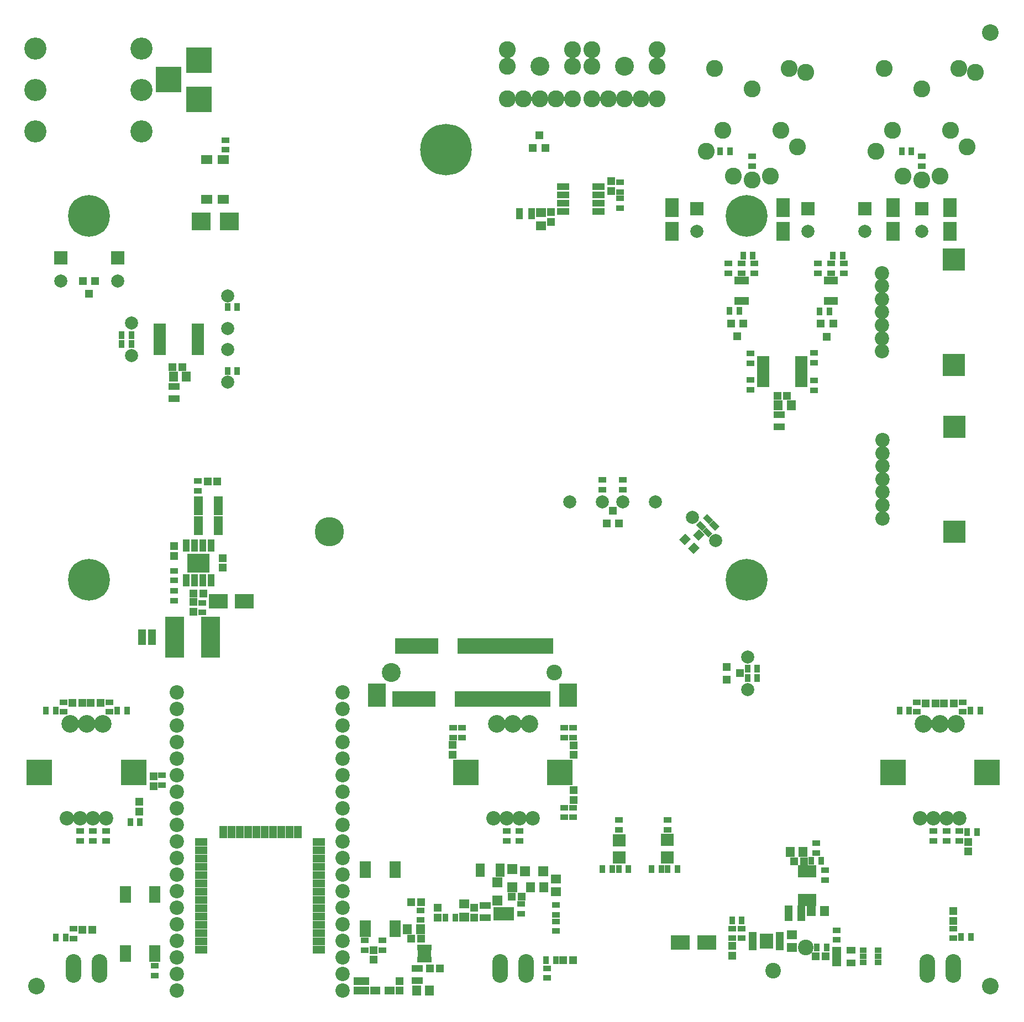
<source format=gbr>
G04 #@! TF.FileFunction,Soldermask,Top*
%FSLAX46Y46*%
G04 Gerber Fmt 4.6, Leading zero omitted, Abs format (unit mm)*
G04 Created by KiCad (PCBNEW 4.0.7) date 04/23/18 16:21:46*
%MOMM*%
%LPD*%
G01*
G04 APERTURE LIST*
%ADD10C,0.100000*%
%ADD11C,2.540000*%
%ADD12R,2.000000X3.000000*%
%ADD13R,2.000000X2.000000*%
%ADD14C,2.000000*%
%ADD15R,1.200000X1.150000*%
%ADD16R,1.400000X1.650000*%
%ADD17R,1.150000X1.200000*%
%ADD18R,1.650000X1.400000*%
%ADD19R,1.400000X2.000000*%
%ADD20R,1.400000X2.900000*%
%ADD21R,1.200000X1.300000*%
%ADD22R,1.300000X1.200000*%
%ADD23R,1.500000X1.500000*%
%ADD24R,2.900000X2.200000*%
%ADD25R,1.800000X1.400000*%
%ADD26R,2.900000X2.700000*%
%ADD27R,1.300000X0.900000*%
%ADD28C,6.400000*%
%ADD29C,7.900000*%
%ADD30C,2.400000*%
%ADD31R,3.900000X3.900000*%
%ADD32C,4.500000*%
%ADD33R,0.900000X1.300000*%
%ADD34R,1.700000X1.100000*%
%ADD35R,1.200000X2.400000*%
%ADD36R,2.850000X6.300000*%
%ADD37R,1.600000X1.300000*%
%ADD38R,1.100000X0.910000*%
%ADD39R,1.100000X1.700000*%
%ADD40C,2.200000*%
%ADD41R,3.400000X3.400000*%
%ADD42C,2.700000*%
%ADD43R,1.800000X2.500000*%
%ADD44O,2.400000X4.400000*%
%ADD45R,1.850000X0.850000*%
%ADD46R,0.650000X1.150000*%
%ADD47R,1.950000X1.000000*%
%ADD48R,1.050000X0.750000*%
%ADD49R,1.400000X1.200000*%
%ADD50R,1.460000X1.050000*%
%ADD51R,1.290000X0.820000*%
%ADD52R,1.240000X1.340000*%
%ADD53R,3.500000X3.000000*%
%ADD54R,1.000000X1.950000*%
%ADD55R,0.700000X0.900000*%
%ADD56R,1.280000X1.460000*%
%ADD57R,1.900000X1.300000*%
%ADD58R,1.300000X1.900000*%
%ADD59C,2.900000*%
%ADD60R,1.000000X2.400000*%
%ADD61R,2.700000X3.600000*%
%ADD62C,2.600000*%
%ADD63R,0.800000X1.900000*%
%ADD64C,3.400000*%
%ADD65R,0.850000X1.850000*%
G04 APERTURE END LIST*
D10*
D11*
X166600000Y-30500000D03*
X166600000Y-176700000D03*
D12*
X134800000Y-57350000D03*
X134800000Y-60950000D03*
X117800000Y-57350000D03*
X117800000Y-60950000D03*
D13*
X121650000Y-57450000D03*
D14*
X121650000Y-60950000D03*
D13*
X138650000Y-57450000D03*
D14*
X138650000Y-60950000D03*
X124511827Y-108363908D03*
X120976293Y-104828374D03*
D15*
X135450000Y-86150000D03*
X133950000Y-86150000D03*
D12*
X160400000Y-57350000D03*
X160400000Y-60950000D03*
X151700000Y-57350000D03*
X151700000Y-60950000D03*
D13*
X147350000Y-57450000D03*
D14*
X147350000Y-60950000D03*
D13*
X156050000Y-57450000D03*
D14*
X156050000Y-60950000D03*
X129377549Y-131212347D03*
X129377549Y-126212347D03*
X115300000Y-102400000D03*
X110300000Y-102400000D03*
X107100000Y-102400000D03*
X102100000Y-102400000D03*
D13*
X24150000Y-65050000D03*
D14*
X24150000Y-68550000D03*
X35000000Y-80034316D03*
X35000000Y-75034316D03*
D13*
X32850000Y-65050000D03*
D14*
X32850000Y-68550000D03*
D15*
X42800000Y-81800000D03*
X41300000Y-81800000D03*
D14*
X49700000Y-84050000D03*
X49700000Y-79050000D03*
X49700000Y-75850000D03*
X49700000Y-70850000D03*
D16*
X134050000Y-87600000D03*
X136050000Y-87600000D03*
D17*
X99250000Y-59500000D03*
X99250000Y-58000000D03*
X108500000Y-53250000D03*
X108500000Y-54750000D03*
D16*
X41400000Y-83250000D03*
X43400000Y-83250000D03*
D18*
X97750000Y-58100000D03*
X97750000Y-60100000D03*
D17*
X81900000Y-164700000D03*
X81900000Y-166200000D03*
D18*
X86000000Y-166100000D03*
X86000000Y-164100000D03*
D17*
X87500000Y-164700000D03*
X87500000Y-166200000D03*
D15*
X93250000Y-162950000D03*
X94750000Y-162950000D03*
D19*
X91450000Y-158950000D03*
X88450000Y-158950000D03*
D16*
X96150000Y-161500000D03*
X98150000Y-161500000D03*
D18*
X100000000Y-162250000D03*
X100000000Y-160250000D03*
D15*
X136500000Y-157550000D03*
X138000000Y-157550000D03*
D16*
X137900000Y-156100000D03*
X135900000Y-156100000D03*
X139150000Y-165200000D03*
X141150000Y-165200000D03*
D15*
X139850000Y-172150000D03*
X141350000Y-172150000D03*
D18*
X136200000Y-170800000D03*
X136200000Y-168800000D03*
D17*
X127000000Y-172000000D03*
X127000000Y-170500000D03*
X48950000Y-112550000D03*
X48950000Y-111050000D03*
D15*
X36650000Y-122550000D03*
X38150000Y-122550000D03*
X36650000Y-123750000D03*
X38150000Y-123750000D03*
X48150000Y-99300000D03*
X46650000Y-99300000D03*
D20*
X45250000Y-103050000D03*
X48250000Y-103050000D03*
X45250000Y-106050000D03*
X48250000Y-106050000D03*
D17*
X44500000Y-119250000D03*
X44500000Y-117750000D03*
D15*
X46000000Y-116450000D03*
X44500000Y-116450000D03*
D17*
X41550000Y-110750000D03*
X41550000Y-109250000D03*
D16*
X78650000Y-177400000D03*
X80650000Y-177400000D03*
D15*
X77850000Y-163850000D03*
X79350000Y-163850000D03*
D16*
X79250000Y-167950000D03*
X77250000Y-167950000D03*
D15*
X77850000Y-169400000D03*
X79350000Y-169400000D03*
X82250000Y-173950000D03*
X80750000Y-173950000D03*
X30250000Y-133250000D03*
X28750000Y-133250000D03*
D17*
X102700000Y-139750000D03*
X102700000Y-141250000D03*
D15*
X161000000Y-133300000D03*
X159500000Y-133300000D03*
X25950000Y-133250000D03*
X27450000Y-133250000D03*
D17*
X84200000Y-139700000D03*
X84200000Y-141200000D03*
D15*
X156700000Y-133300000D03*
X158200000Y-133300000D03*
D17*
X36150000Y-148450000D03*
X36150000Y-149950000D03*
X102700000Y-146650000D03*
X102700000Y-148150000D03*
X163200000Y-156050000D03*
X163200000Y-154550000D03*
D15*
X28950000Y-168050000D03*
X27450000Y-168050000D03*
X102650000Y-172700000D03*
X101150000Y-172700000D03*
D17*
X160861701Y-165193934D03*
X160861701Y-166693934D03*
X76100000Y-175900000D03*
X76100000Y-177400000D03*
X70800000Y-175900000D03*
X70800000Y-177400000D03*
X69600000Y-175900000D03*
X69600000Y-177400000D03*
X72100000Y-172650000D03*
X72100000Y-171150000D03*
X38350000Y-146000000D03*
X38350000Y-144500000D03*
D21*
X128750000Y-75050000D03*
X126850000Y-75050000D03*
X127800000Y-77050000D03*
D10*
G36*
X119774212Y-109071014D02*
X118925684Y-108222486D01*
X119844922Y-107303248D01*
X120693450Y-108151776D01*
X119774212Y-109071014D01*
X119774212Y-109071014D01*
G37*
G36*
X121117715Y-110414517D02*
X120269187Y-109565989D01*
X121188425Y-108646751D01*
X122036953Y-109495279D01*
X121117715Y-110414517D01*
X121117715Y-110414517D01*
G37*
G36*
X121860177Y-108328552D02*
X121011649Y-107480024D01*
X121930887Y-106560786D01*
X122779415Y-107409314D01*
X121860177Y-108328552D01*
X121860177Y-108328552D01*
G37*
D21*
X142500000Y-75100000D03*
X140600000Y-75100000D03*
X141550000Y-77100000D03*
D22*
X126177550Y-127762347D03*
X126177550Y-129662347D03*
X128177550Y-128712347D03*
D21*
X107800000Y-105750000D03*
X109700000Y-105750000D03*
X108750000Y-103750000D03*
X29450000Y-68550000D03*
X27550000Y-68550000D03*
X28500000Y-70550000D03*
X96500000Y-48200000D03*
X98400000Y-48200000D03*
X97450000Y-46200000D03*
D23*
X91050000Y-160750000D03*
X91050000Y-163550000D03*
X93350000Y-158700000D03*
X93350000Y-161500000D03*
X98100000Y-159050000D03*
X95300000Y-159050000D03*
D24*
X123100000Y-170000000D03*
X119100000Y-170000000D03*
D25*
X46530000Y-56075000D03*
X46530000Y-49925000D03*
X49070000Y-49925000D03*
X49070000Y-56075000D03*
D24*
X48300000Y-117700000D03*
X52300000Y-117700000D03*
D26*
X45650000Y-59450000D03*
X49950000Y-59450000D03*
D27*
X49400000Y-46950000D03*
X49400000Y-48450000D03*
D28*
X28500000Y-58600000D03*
X129200000Y-58600000D03*
D29*
X83150000Y-48400000D03*
D28*
X129200000Y-114400000D03*
X28500000Y-114400000D03*
D30*
X138300000Y-170800000D03*
X133300000Y-174300000D03*
D31*
X45350000Y-40700000D03*
X45350000Y-34700000D03*
X40650000Y-37700000D03*
D32*
X65300000Y-107000000D03*
D33*
X83100000Y-166150000D03*
X84600000Y-166150000D03*
D34*
X89150000Y-164300000D03*
X89150000Y-166200000D03*
D35*
X135650000Y-165550000D03*
X137650000Y-165550000D03*
D36*
X41575000Y-123150000D03*
X47125000Y-123150000D03*
D27*
X45200000Y-99200000D03*
X45200000Y-100700000D03*
D34*
X78800000Y-175850000D03*
X78800000Y-173950000D03*
D27*
X79300000Y-165050000D03*
X79300000Y-166550000D03*
D37*
X74550000Y-177350000D03*
X72350000Y-177350000D03*
D38*
X147090000Y-171150000D03*
X147090000Y-172100000D03*
X147090000Y-173050000D03*
X149410000Y-173050000D03*
X149410000Y-172100000D03*
X149410000Y-171150000D03*
D27*
X126450000Y-65850000D03*
X126450000Y-67350000D03*
D10*
G36*
X124151992Y-105245190D02*
X125071230Y-106164428D01*
X124434834Y-106800824D01*
X123515596Y-105881586D01*
X124151992Y-105245190D01*
X124151992Y-105245190D01*
G37*
G36*
X123091332Y-106305850D02*
X124010570Y-107225088D01*
X123374174Y-107861484D01*
X122454936Y-106942246D01*
X123091332Y-106305850D01*
X123091332Y-106305850D01*
G37*
D27*
X128450000Y-65850000D03*
X128450000Y-67350000D03*
D33*
X126650000Y-73150000D03*
X128150000Y-73150000D03*
D27*
X129800000Y-85250000D03*
X129800000Y-83750000D03*
D33*
X128700000Y-64650000D03*
X130200000Y-64650000D03*
X125200000Y-48650000D03*
X126700000Y-48650000D03*
D27*
X130050000Y-50950000D03*
X130050000Y-49450000D03*
X129800000Y-81150000D03*
X129800000Y-79650000D03*
D10*
G36*
X122419581Y-106906892D02*
X121500343Y-105987654D01*
X122136739Y-105351258D01*
X123055977Y-106270496D01*
X122419581Y-106906892D01*
X122419581Y-106906892D01*
G37*
G36*
X123480241Y-105846232D02*
X122561003Y-104926994D01*
X123197399Y-104290598D01*
X124116637Y-105209836D01*
X123480241Y-105846232D01*
X123480241Y-105846232D01*
G37*
D27*
X109705026Y-151224264D03*
X109705026Y-152724264D03*
X130450000Y-67350000D03*
X130450000Y-65850000D03*
D33*
X111155025Y-158724264D03*
X109655025Y-158724264D03*
X107155025Y-158724264D03*
X108655025Y-158724264D03*
D27*
X140150000Y-65850000D03*
X140150000Y-67350000D03*
D33*
X130877549Y-129412348D03*
X129377549Y-129412348D03*
D27*
X142200000Y-65850000D03*
X142200000Y-67350000D03*
D33*
X140400000Y-73200000D03*
X141900000Y-73200000D03*
D27*
X139600000Y-79600000D03*
X139600000Y-81100000D03*
D33*
X142450000Y-64650000D03*
X143950000Y-64650000D03*
X153000000Y-48650000D03*
X154500000Y-48650000D03*
D27*
X156050000Y-50950000D03*
X156050000Y-49450000D03*
X139600000Y-83800000D03*
X139600000Y-85300000D03*
D33*
X129377549Y-128012345D03*
X130877549Y-128012345D03*
D27*
X117110444Y-151219582D03*
X117110444Y-152719582D03*
X144150000Y-67350000D03*
X144150000Y-65850000D03*
D33*
X118660444Y-158719580D03*
X117160444Y-158719580D03*
X114660445Y-158719581D03*
X116160445Y-158719581D03*
D27*
X110300000Y-99050000D03*
X110300000Y-100550000D03*
X107100000Y-100550000D03*
X107100000Y-99050000D03*
D33*
X33500000Y-78184314D03*
X35000000Y-78184314D03*
X35000000Y-76834314D03*
X33500000Y-76834314D03*
X51200000Y-82350000D03*
X49700000Y-82350000D03*
X49700000Y-72550000D03*
X51200000Y-72550000D03*
D34*
X134200000Y-90950000D03*
X134200000Y-89050000D03*
D27*
X109850000Y-57400000D03*
X109850000Y-55900000D03*
D34*
X41550000Y-86600000D03*
X41550000Y-84700000D03*
D27*
X109850000Y-54900000D03*
X109850000Y-53400000D03*
D39*
X94400000Y-58250000D03*
X96300000Y-58250000D03*
D27*
X100000000Y-168250000D03*
X100000000Y-166750000D03*
X100000000Y-164250000D03*
X100000000Y-165750000D03*
X94700000Y-165600000D03*
X94700000Y-164100000D03*
X139900000Y-156300000D03*
X139900000Y-154800000D03*
X143050000Y-168100000D03*
X143050000Y-169600000D03*
D33*
X140650000Y-157500000D03*
X139150000Y-157500000D03*
D27*
X141250000Y-160450000D03*
X141250000Y-158950000D03*
D33*
X140000000Y-170800000D03*
X141500000Y-170800000D03*
D27*
X127000000Y-167850000D03*
X127000000Y-169350000D03*
X128500000Y-167850000D03*
X128500000Y-169350000D03*
D33*
X128500000Y-166650000D03*
X127000000Y-166650000D03*
D27*
X45850000Y-119400000D03*
X45850000Y-117900000D03*
X41550000Y-113000000D03*
X41550000Y-114500000D03*
X41550000Y-116050000D03*
X41550000Y-117550000D03*
D33*
X34300000Y-134450000D03*
X32800000Y-134450000D03*
D27*
X101300000Y-138600000D03*
X101300000Y-137100000D03*
D33*
X165050000Y-134450000D03*
X163550000Y-134450000D03*
D27*
X31600000Y-134650000D03*
X31600000Y-133150000D03*
X102650000Y-137100000D03*
X102650000Y-138600000D03*
X162350000Y-134650000D03*
X162350000Y-133150000D03*
X27100000Y-154400000D03*
X27100000Y-152900000D03*
X92450000Y-154400000D03*
X92450000Y-152900000D03*
X157850000Y-154400000D03*
X157850000Y-152900000D03*
X29100000Y-154400000D03*
X29100000Y-152900000D03*
X94450000Y-154400000D03*
X94450000Y-152900000D03*
X159850000Y-154400000D03*
X159850000Y-152900000D03*
X24600000Y-134650000D03*
X24600000Y-133150000D03*
X84250000Y-137050000D03*
X84250000Y-138550000D03*
X155350000Y-134650000D03*
X155350000Y-133150000D03*
D33*
X21900000Y-134450000D03*
X23400000Y-134450000D03*
D27*
X85600000Y-138550000D03*
X85600000Y-137050000D03*
D33*
X152650000Y-134450000D03*
X154150000Y-134450000D03*
D27*
X31100000Y-154400000D03*
X31100000Y-152900000D03*
X101300000Y-149300000D03*
X101300000Y-150800000D03*
D33*
X164550000Y-153100000D03*
X163050000Y-153100000D03*
X23400000Y-169200000D03*
X24900000Y-169200000D03*
D27*
X98700000Y-175450000D03*
X98700000Y-173950000D03*
D33*
X163611701Y-169143934D03*
X162111701Y-169143934D03*
D27*
X26100000Y-169400000D03*
X26100000Y-167900000D03*
D33*
X98500000Y-172750000D03*
X100000000Y-172750000D03*
D27*
X160911701Y-169343934D03*
X160911701Y-167843934D03*
X70750000Y-171150000D03*
X70750000Y-169650000D03*
X73450000Y-171150000D03*
X73450000Y-169650000D03*
X38550000Y-173550000D03*
X38550000Y-175050000D03*
X39650000Y-144350000D03*
X39650000Y-145850000D03*
D40*
X150000000Y-73350000D03*
X150000000Y-75350000D03*
X150000000Y-77350000D03*
X150000000Y-79350000D03*
X150000000Y-71350000D03*
X150000000Y-69350000D03*
X150000000Y-67350000D03*
D41*
X161000000Y-65300000D03*
X161000000Y-81400000D03*
D40*
X150050000Y-98950000D03*
X150050000Y-100950000D03*
X150050000Y-102950000D03*
X150050000Y-104950000D03*
X150050000Y-96950000D03*
X150050000Y-94950000D03*
X150050000Y-92950000D03*
D41*
X161050000Y-90900000D03*
X161050000Y-107000000D03*
D31*
X20900000Y-143950000D03*
X35300000Y-143950000D03*
D40*
X25100000Y-150950000D03*
X27100000Y-150950000D03*
X29100000Y-150950000D03*
X31100000Y-150950000D03*
D42*
X30600000Y-136450000D03*
X25600000Y-136450000D03*
X28100000Y-136450000D03*
D31*
X86250000Y-143950000D03*
X100650000Y-143950000D03*
D40*
X90450000Y-150950000D03*
X92450000Y-150950000D03*
X94450000Y-150950000D03*
X96450000Y-150950000D03*
D42*
X95950000Y-136450000D03*
X90950000Y-136450000D03*
X93450000Y-136450000D03*
D31*
X151650000Y-143950000D03*
X166050000Y-143950000D03*
D40*
X155850000Y-150950000D03*
X157850000Y-150950000D03*
X159850000Y-150950000D03*
X161850000Y-150950000D03*
D42*
X161350000Y-136450000D03*
X156350000Y-136450000D03*
X158850000Y-136450000D03*
D43*
X75350000Y-158800000D03*
X75350000Y-167900000D03*
X70850000Y-158800000D03*
X70850000Y-167900000D03*
X34050000Y-171700000D03*
X34050000Y-162600000D03*
X38550000Y-171700000D03*
X38550000Y-162600000D03*
D44*
X26100000Y-173950000D03*
X30100000Y-173950000D03*
X95450000Y-173950000D03*
X91450000Y-173950000D03*
X160900000Y-173950000D03*
X156900000Y-173950000D03*
D45*
X131750000Y-80500000D03*
X131750000Y-81150000D03*
X131750000Y-81800000D03*
X131750000Y-82450000D03*
X131750000Y-83100000D03*
X131750000Y-83750000D03*
X131750000Y-84400000D03*
X137650000Y-84400000D03*
X137650000Y-83750000D03*
X137650000Y-83100000D03*
X137650000Y-82450000D03*
X137650000Y-81800000D03*
X137650000Y-81150000D03*
X137650000Y-80500000D03*
D46*
X129200000Y-68500000D03*
X128700000Y-68500000D03*
X128200000Y-68500000D03*
X127700000Y-68500000D03*
X127700000Y-71600000D03*
X128200000Y-71600000D03*
X128700000Y-71600000D03*
X129200000Y-71600000D03*
X142900000Y-68500000D03*
X142400000Y-68500000D03*
X141900000Y-68500000D03*
X141400000Y-68500000D03*
X141400000Y-71600000D03*
X141900000Y-71600000D03*
X142400000Y-71600000D03*
X142900000Y-71600000D03*
D45*
X39300000Y-75550000D03*
X39300000Y-76200000D03*
X39300000Y-76850000D03*
X39300000Y-77500000D03*
X39300000Y-78150000D03*
X39300000Y-78800000D03*
X39300000Y-79450000D03*
X45200000Y-79450000D03*
X45200000Y-78800000D03*
X45200000Y-78150000D03*
X45200000Y-77500000D03*
X45200000Y-76850000D03*
X45200000Y-76200000D03*
X45200000Y-75550000D03*
D47*
X106550000Y-57905000D03*
X106550000Y-56635000D03*
X106550000Y-55365000D03*
X106550000Y-54095000D03*
X101150000Y-54095000D03*
X101150000Y-55365000D03*
X101150000Y-56635000D03*
X101150000Y-57905000D03*
D48*
X93100000Y-166250000D03*
X93100000Y-165600000D03*
X93100000Y-164950000D03*
X91000000Y-164950000D03*
X91000000Y-165600000D03*
X91000000Y-166250000D03*
D49*
X92050000Y-165200000D03*
X92050000Y-166000000D03*
D50*
X143050000Y-171200000D03*
X143050000Y-172150000D03*
X143050000Y-173100000D03*
X145250000Y-173100000D03*
X145250000Y-171200000D03*
D51*
X130145000Y-168825000D03*
X130145000Y-169475000D03*
X130145000Y-170125000D03*
X130145000Y-170775000D03*
X134355000Y-170775000D03*
X134355000Y-170125000D03*
X134355000Y-169475000D03*
X134355000Y-168825000D03*
D52*
X132670000Y-170270000D03*
X132670000Y-169330000D03*
X131830000Y-170270000D03*
X131830000Y-169330000D03*
D53*
X45250000Y-111800000D03*
D54*
X47155000Y-109100000D03*
X45885000Y-109100000D03*
X44615000Y-109100000D03*
X43345000Y-109100000D03*
X43345000Y-114500000D03*
X44615000Y-114500000D03*
X45885000Y-114500000D03*
X47155000Y-114500000D03*
D55*
X79100000Y-172600000D03*
X79600000Y-172600000D03*
X80100000Y-172600000D03*
X80600000Y-172600000D03*
X80600000Y-170800000D03*
X80100000Y-170800000D03*
X79600000Y-170800000D03*
X79100000Y-170800000D03*
D56*
X80290000Y-171700000D03*
X79410000Y-171700000D03*
D57*
X63700000Y-171100000D03*
X63700000Y-169830000D03*
X63700000Y-168560000D03*
X63700000Y-167290000D03*
X63700000Y-166020000D03*
X63700000Y-164750000D03*
X63700000Y-163480000D03*
X63700000Y-162210000D03*
X63700000Y-160940000D03*
X63700000Y-159670000D03*
X63700000Y-158400000D03*
X63700000Y-157130000D03*
X63700000Y-155860000D03*
X63700000Y-154590000D03*
X45700000Y-154590000D03*
X45700000Y-155860000D03*
X45700000Y-157130000D03*
X45700000Y-158400000D03*
X45700000Y-159670000D03*
X45700000Y-160940000D03*
X45700000Y-162210000D03*
X45700000Y-163480000D03*
X45700000Y-164750000D03*
X45700000Y-166020000D03*
X45700000Y-167290000D03*
X45700000Y-168560000D03*
X45700000Y-169830000D03*
X45700000Y-171100000D03*
D58*
X60510000Y-153090000D03*
X59240000Y-153090000D03*
X57970000Y-153090000D03*
X56700000Y-153090000D03*
X55430000Y-153090000D03*
X54160000Y-153090000D03*
X52890000Y-153090000D03*
X51620000Y-153090000D03*
X50350000Y-153090000D03*
X49080000Y-153090000D03*
D40*
X67350000Y-177360000D03*
X67350000Y-174820000D03*
X67350000Y-172280000D03*
X67350000Y-169740000D03*
X67350000Y-167200000D03*
X67350000Y-164660000D03*
X67350000Y-162120000D03*
X67350000Y-159580000D03*
X67350000Y-157040000D03*
X67350000Y-154500000D03*
X67350000Y-151960000D03*
X67350000Y-149420000D03*
X67350000Y-146880000D03*
X67350000Y-144340000D03*
X67350000Y-141800000D03*
X67350000Y-139260000D03*
X67350000Y-136720000D03*
X67350000Y-134180000D03*
X67350000Y-131640000D03*
X41950000Y-131640000D03*
X41950000Y-134180000D03*
X41950000Y-136720000D03*
X41950000Y-139260000D03*
X41950000Y-141800000D03*
X41950000Y-144340000D03*
X41950000Y-146880000D03*
X41950000Y-149420000D03*
X41950000Y-151960000D03*
X41950000Y-154500000D03*
X41950000Y-157040000D03*
X41950000Y-159580000D03*
X41950000Y-162120000D03*
X41950000Y-164660000D03*
X41950000Y-167200000D03*
X41950000Y-169740000D03*
X41950000Y-172280000D03*
X41950000Y-174820000D03*
X41950000Y-177360000D03*
D59*
X74775000Y-128600000D03*
D60*
X75475000Y-132700000D03*
X75875000Y-124500000D03*
X76275000Y-132700000D03*
X76675000Y-124500000D03*
X77075000Y-132700000D03*
X77475000Y-124500000D03*
X77875000Y-132700000D03*
X78275000Y-124500000D03*
X78675000Y-132700000D03*
X79075000Y-124500000D03*
X79475000Y-132700000D03*
X79875000Y-124500000D03*
X80275000Y-132700000D03*
X80675000Y-124500000D03*
X81075000Y-132700000D03*
X81475000Y-124500000D03*
X85075000Y-132700000D03*
X85475000Y-124500000D03*
X85875000Y-132700000D03*
X86275000Y-124500000D03*
X86675000Y-132700000D03*
X87075000Y-124500000D03*
X87475000Y-132700000D03*
X87875000Y-124500000D03*
X88275000Y-132700000D03*
X88675000Y-124500000D03*
X89075000Y-132700000D03*
X89475000Y-124500000D03*
X89875000Y-132700000D03*
X90275000Y-124500000D03*
X90675000Y-132700000D03*
X91075000Y-124500000D03*
X91475000Y-132700000D03*
X91875000Y-124500000D03*
X92275000Y-132700000D03*
X92675000Y-124500000D03*
X93075000Y-132700000D03*
X93475000Y-124500000D03*
X93875000Y-132700000D03*
X94275000Y-124500000D03*
X94675000Y-132700000D03*
X95075000Y-124500000D03*
X95475000Y-132700000D03*
X95875000Y-124500000D03*
X96275000Y-132700000D03*
X96675000Y-124500000D03*
X97075000Y-132700000D03*
X97475000Y-124500000D03*
X97875000Y-132700000D03*
X98275000Y-124500000D03*
X98675000Y-132700000D03*
X99075000Y-124500000D03*
D30*
X99775000Y-128600000D03*
D61*
X72625000Y-132100000D03*
X101925000Y-132100000D03*
D62*
X135765000Y-35950000D03*
X124335000Y-35950000D03*
X138305000Y-36585000D03*
X130050000Y-39125000D03*
X134495000Y-45475000D03*
X125605000Y-45475000D03*
X137035000Y-48015000D03*
X123065000Y-48650000D03*
X130050000Y-53095000D03*
X132907500Y-52460000D03*
X127192500Y-52460000D03*
X161765000Y-35950000D03*
X150335000Y-35950000D03*
X164305000Y-36585000D03*
X156050000Y-39125000D03*
X160495000Y-45475000D03*
X151605000Y-45475000D03*
X163035000Y-48015000D03*
X149065000Y-48650000D03*
X156050000Y-53095000D03*
X158907500Y-52460000D03*
X153192500Y-52460000D03*
X110550000Y-40600000D03*
X105550000Y-33100000D03*
X105550000Y-35600000D03*
X115550000Y-33100000D03*
X115550000Y-35600000D03*
D59*
X110550000Y-35600000D03*
D62*
X115550000Y-40600000D03*
X105550000Y-40600000D03*
X113050000Y-40600000D03*
X108050000Y-40600000D03*
X97550000Y-40600000D03*
X92550000Y-33100000D03*
X92550000Y-35600000D03*
X102550000Y-33100000D03*
X102550000Y-35600000D03*
D59*
X97550000Y-35600000D03*
D62*
X102550000Y-40600000D03*
X92550000Y-40600000D03*
X100050000Y-40600000D03*
X95050000Y-40600000D03*
D63*
X110355026Y-154294264D03*
X109705026Y-154294264D03*
X109055026Y-154294264D03*
X109055026Y-156954264D03*
X109705026Y-156954264D03*
X110355026Y-156954264D03*
X117760446Y-154289581D03*
X117110446Y-154289581D03*
X116460446Y-154289581D03*
X116460446Y-156949581D03*
X117110446Y-156949581D03*
X117760446Y-156949581D03*
D64*
X36515000Y-32950000D03*
X36515000Y-39300000D03*
X36515000Y-45650000D03*
X20285000Y-32950000D03*
X20285000Y-39300000D03*
X20285000Y-45650000D03*
D33*
X36300000Y-151550000D03*
X34800000Y-151550000D03*
D27*
X102650000Y-149300000D03*
X102650000Y-150800000D03*
X161850000Y-154400000D03*
X161850000Y-152900000D03*
D65*
X137525000Y-163450000D03*
X138175000Y-163450000D03*
X138825000Y-163450000D03*
X139475000Y-163450000D03*
X139475000Y-159050000D03*
X138825000Y-159050000D03*
X138175000Y-159050000D03*
X137525000Y-159050000D03*
D11*
X20400000Y-176700000D03*
M02*

</source>
